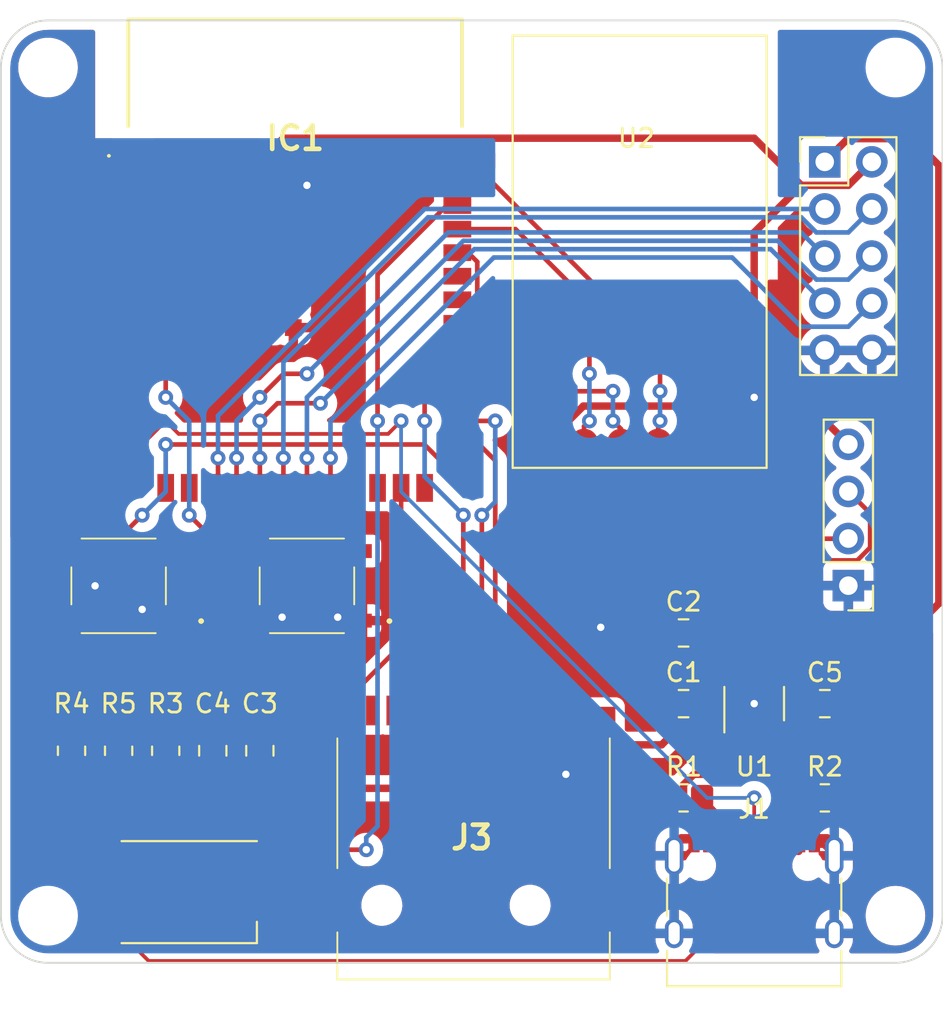
<source format=kicad_pcb>
(kicad_pcb (version 20240108) (generator "pcbnew") (generator_version "8.0")
  (title_block (title "Solar data logger") (date "2022-12-15") (rev "1") (comment 4 "AISLER Project ID: ROSFXOJF"))
  (layers (0 "F.Cu" signal) (31 "B.Cu" signal) (34 "B.Paste" user) (35 "F.Paste" user) (36 "B.SilkS" user "B.Silkscreen") (37 "F.SilkS" user "F.Silkscreen") (38 "B.Mask" user) (39 "F.Mask" user) (44 "Edge.Cuts" user))
  (net 0 "")
  (net 1 "GND")
  (net 2 "+3.3V")
  (net 3 "~{RESET}")
  (net 4 "+5V")
  (net 6 "LED")
  (net 14 "Net-(IC1-Pad11)")
  (net 16 "D-")
  (net 17 "D+")
  (net 20 "IO9")
  (net 21 "IO10")
  (net 22 "IO11")
  (net 23 "IO12")
  (net 24 "IO13")
  (net 25 "IO14")
  (net 29 "~{FLASH}")
  (net 30 "MOSI")
  (net 31 "SCK")
  (net 32 "MISO")
  (net 38 "RX")
  (net 39 "TX")
  (net 40 "SET")
  (net 41 "Net-(J1-PadA5)")
  (net 42 "Net-(J1-PadB5)")
  (net 47 "CS")
  (net 49 "CARD")
  (footprint "Connector_PinHeader_2.54mm:PinHeader_2x05_P2.54mm_Vertical" (layer "F.Cu") (at 144.775 107.955)
    (property "Reference" "J4" (hide yes))
    (property "Value" "IO")
    (pad "1" thru_hole rect (at 0 0) (size 1.7 1.7) (drill 1) (layers "*.Cu" "*.Mask") (net 4 "+5V"))
    (pad "2" thru_hole oval (at 2.54 0) (size 1.7 1.7) (drill 1) (layers "*.Cu" "*.Mask") (net 2 "+3.3V"))
    (pad "3" thru_hole oval (at 0 2.54) (size 1.7 1.7) (drill 1) (layers "*.Cu" "*.Mask") (net 20 "IO9"))
    (pad "4" thru_hole oval (at 2.54 2.54) (size 1.7 1.7) (drill 1) (layers "*.Cu" "*.Mask") (net 23 "IO12"))
    (pad "5" thru_hole oval (at 0 5.08) (size 1.7 1.7) (drill 1) (layers "*.Cu" "*.Mask") (net 21 "IO10"))
    (pad "6" thru_hole oval (at 2.54 5.08) (size 1.7 1.7) (drill 1) (layers "*.Cu" "*.Mask") (net 24 "IO13"))
    (pad "7" thru_hole oval (at 0 7.62) (size 1.7 1.7) (drill 1) (layers "*.Cu" "*.Mask") (net 22 "IO11"))
    (pad "8" thru_hole oval (at 2.54 7.62) (size 1.7 1.7) (drill 1) (layers "*.Cu" "*.Mask") (net 25 "IO14"))
    (pad "9" thru_hole oval (at 0 10.16) (size 1.7 1.7) (drill 1) (layers "*.Cu" "*.Mask") (net 1 "GND"))
    (pad "10" thru_hole oval (at 2.54 10.16) (size 1.7 1.7) (drill 1) (layers "*.Cu" "*.Mask") (net 1 "GND"))
  )
  (footprint "Capacitor_SMD:C_0805_2012Metric_Pad1.18x1.45mm_HandSolder" (layer "F.Cu") (at 144.78 137.16)
    (property "Reference" "C5" (at 0 -1.68 0) (layer "F.SilkS"))
    (property "Value" "1uF")
    (pad "1" smd roundrect (at -1.0375 0) (size 1.175 1.45) (layers "F.Cu" "F.Paste" "F.Mask") (roundrect_rratio 0.2127659574) (net 4 "+5V"))
    (pad "2" smd roundrect (at 1.0375 0) (size 1.175 1.45) (layers "F.Cu" "F.Paste" "F.Mask") (roundrect_rratio 0.2127659574) (net 1 "GND"))
  )
  (footprint "LED_SMD:LED_WS2812B_PLCC4_5.0x5.0mm_P3.2mm" (layer "F.Cu") (at 110.49 147.32)
    (property "Reference" "D1" (hide yes))
    (property "Value" "WS2812B" (hide yes))
    (pad "1" smd rect (at -2.45 -1.6) (size 1.5 1) (layers "F.Cu" "F.Paste" "F.Mask") (net 4 "+5V"))
    (pad "2" smd rect (at -2.45 1.6) (size 1.5 1) (layers "F.Cu" "F.Paste" "F.Mask"))
    (pad "3" smd rect (at 2.45 1.6) (size 1.5 1) (layers "F.Cu" "F.Paste" "F.Mask") (net 1 "GND"))
    (pad "4" smd rect (at 2.45 -1.6) (size 1.5 1) (layers "F.Cu" "F.Paste" "F.Mask") (net 6 "LED"))
  )
  (footprint "Graphics:ligthning" (layer "F.Cu") (at 130.4036 132.588)
    (property "Reference" "G***" (hide yes))
    (property "Value" "LOGO" (hide yes))
  )
  (footprint "SamacSys_Parts:TF015" (layer "F.Cu") (at 125.73 144.78)
    (property "Reference" "J3" (at 0 -0.4 0) (layer "F.SilkS") (effects (font (size 1.27 1.27) (thickness 0.254))))
    (property "Value" "TF-015" (hide yes))
    (pad "" np_thru_hole circle (at -4.85 3.25) (size 1.2 1.2) (drill 1.2) (layers "*.Cu" "*.Mask"))
    (pad "" np_thru_hole circle (at 3.15 3.25) (size 1.2 1.2) (drill 1.2) (layers "*.Cu" "*.Mask"))
    (pad "1" smd rect (at 2.35 -7.25) (size 0.7 1.6) (layers "F.Cu" "F.Paste" "F.Mask"))
    (pad "2" smd rect (at 1.25 -7.25) (size 0.7 1.6) (layers "F.Cu" "F.Paste" "F.Mask") (net 47 "CS"))
    (pad "3" smd rect (at 0.1 -7.25) (size 0.7 1.6) (layers "F.Cu" "F.Paste" "F.Mask") (net 30 "MOSI"))
    (pad "4" smd rect (at -0.95 -7.25) (size 0.7 1.6) (layers "F.Cu" "F.Paste" "F.Mask") (net 2 "+3.3V"))
    (pad "5" smd rect (at -2.05 -7.25) (size 0.7 1.6) (layers "F.Cu" "F.Paste" "F.Mask") (net 31 "SCK"))
    (pad "6" smd rect (at -3.15 -7.25) (size 0.7 1.6) (layers "F.Cu" "F.Paste" "F.Mask") (net 1 "GND"))
    (pad "7" smd rect (at -4.25 -7.25) (size 0.7 1.6) (layers "F.Cu" "F.Paste" "F.Mask") (net 32 "MISO"))
    (pad "8" smd rect (at -5.35 -7.25) (size 0.7 1.6) (layers "F.Cu" "F.Paste" "F.Mask"))
    (pad "9" smd rect (at -6.45 -7.25) (size 0.7 1.6) (layers "F.Cu" "F.Paste" "F.Mask") (net 49 "CARD"))
    (pad "10" smd rect (at -7.85 -6.75) (size 1.2 1.4) (layers "F.Cu" "F.Paste" "F.Mask"))
    (pad "11" smd rect (at 6.95 -6.75 90) (size 1.4 1.6) (layers "F.Cu" "F.Paste" "F.Mask"))
    (pad "12" smd rect (at -7.65 2.85) (size 1.2 2.2) (layers "F.Cu" "F.Paste" "F.Mask"))
    (pad "13" smd rect (at 7.85 2.85) (size 1.2 2.2) (layers "F.Cu" "F.Paste" "F.Mask"))
  )
  (footprint "Resistor_SMD:R_0805_2012Metric_Pad1.20x1.40mm_HandSolder" (layer "F.Cu") (at 137.16 142.24 180)
    (property "Reference" "R1" (at -0.021855 1.677769 0) (layer "F.SilkS"))
    (property "Value" "5k1")
    (pad "1" smd roundrect (at -1 0 180) (size 1.2 1.4) (layers "F.Cu" "F.Paste" "F.Mask") (roundrect_rratio 0.2083333333) (net 41 "Net-(J1-PadA5)"))
    (pad "2" smd roundrect (at 1 0 180) (size 1.2 1.4) (layers "F.Cu" "F.Paste" "F.Mask") (roundrect_rratio 0.2083333333) (net 1 "GND"))
  )
  (footprint "Resistor_SMD:R_0805_2012Metric_Pad1.20x1.40mm_HandSolder" (layer "F.Cu") (at 144.78 142.24)
    (property "Reference" "R2" (at 0.010044 -1.677769 0) (layer "F.SilkS"))
    (property "Value" "5k1")
    (pad "1" smd roundrect (at -1 0) (size 1.2 1.4) (layers "F.Cu" "F.Paste" "F.Mask") (roundrect_rratio 0.2083333333) (net 42 "Net-(J1-PadB5)"))
    (pad "2" smd roundrect (at 1 0) (size 1.2 1.4) (layers "F.Cu" "F.Paste" "F.Mask") (roundrect_rratio 0.2083333333) (net 1 "GND"))
  )
  (footprint "Capacitor_SMD:C_0805_2012Metric_Pad1.18x1.45mm_HandSolder" (layer "F.Cu") (at 137.16 137.16)
    (property "Reference" "C1" (at 0 -1.68 0) (layer "F.SilkS"))
    (property "Value" "22uF")
    (pad "1" smd roundrect (at -1.0375 0) (size 1.175 1.45) (layers "F.Cu" "F.Paste" "F.Mask") (roundrect_rratio 0.2127659574) (net 1 "GND"))
    (pad "2" smd roundrect (at 1.0375 0) (size 1.175 1.45) (layers "F.Cu" "F.Paste" "F.Mask") (roundrect_rratio 0.2127659574) (net 2 "+3.3V"))
  )
  (footprint "Resistor_SMD:R_0805_2012Metric_Pad1.20x1.40mm_HandSolder" (layer "F.Cu") (at 109.22 139.7 90)
    (property "Reference" "R3" (at 2.54 0 180) (layer "F.SilkS"))
    (property "Value" "10k")
    (pad "1" smd roundrect (at -1 0 90) (size 1.2 1.4) (layers "F.Cu" "F.Paste" "F.Mask") (roundrect_rratio 0.2083333333) (net 2 "+3.3V"))
    (pad "2" smd roundrect (at 1 0 90) (size 1.2 1.4) (layers "F.Cu" "F.Paste" "F.Mask") (roundrect_rratio 0.2083333333) (net 3 "~{RESET}"))
  )
  (footprint "MountingHole:MountingHole_2.2mm_M2" (layer "F.Cu") (at 148.59 148.59)
    (property "Reference" "H2" (hide yes))
    (property "Value" "MountingHole" (hide yes))
    (pad "" np_thru_hole circle (at 0 0) (size 2.2 2.2) (drill 2.2) (layers "*.Cu" "*.Mask"))
  )
  (footprint "Connector_PinHeader_2.54mm:PinHeader_1x04_P2.54mm_Vertical" (layer "F.Cu") (at 146.05 130.8 180)
    (property "Reference" "J2" (hide yes))
    (property "Value" "UART")
    (pad "1" thru_hole rect (at 0 0 180) (size 1.7 1.7) (drill 1) (layers "*.Cu" "*.Mask") (net 1 "GND"))
    (pad "2" thru_hole oval (at 0 2.54 180) (size 1.7 1.7) (drill 1) (layers "*.Cu" "*.Mask") (net 38 "RX"))
    (pad "3" thru_hole oval (at 0 5.08 180) (size 1.7 1.7) (drill 1) (layers "*.Cu" "*.Mask") (net 39 "TX"))
    (pad "4" thru_hole oval (at 0 7.62 180) (size 1.7 1.7) (drill 1) (layers "*.Cu" "*.Mask") (net 2 "+3.3V"))
  )
  (footprint "Resistor_SMD:R_0805_2012Metric_Pad1.20x1.40mm_HandSolder" (layer "F.Cu") (at 104.14 139.7 90)
    (property "Reference" "R4" (at 2.54 0 180) (layer "F.SilkS"))
    (property "Value" "10K")
    (pad "1" smd roundrect (at -1 0 90) (size 1.2 1.4) (layers "F.Cu" "F.Paste" "F.Mask") (roundrect_rratio 0.2083333333) (net 2 "+3.3V"))
    (pad "2" smd roundrect (at 1 0 90) (size 1.2 1.4) (layers "F.Cu" "F.Paste" "F.Mask") (roundrect_rratio 0.2083333333) (net 14 "Net-(IC1-Pad11)"))
  )
  (footprint "Capacitor_SMD:C_0805_2012Metric_Pad1.18x1.45mm_HandSolder" (layer "F.Cu") (at 137.16 133.35)
    (property "Reference" "C2" (at 0 -1.68 0) (layer "F.SilkS"))
    (property "Value" "0.1uF")
    (pad "1" smd roundrect (at -1.0375 0) (size 1.175 1.45) (layers "F.Cu" "F.Paste" "F.Mask") (roundrect_rratio 0.2127659574) (net 1 "GND"))
    (pad "2" smd roundrect (at 1.0375 0) (size 1.175 1.45) (layers "F.Cu" "F.Paste" "F.Mask") (roundrect_rratio 0.2127659574) (net 2 "+3.3V"))
  )
  (footprint "Capacitor_SMD:C_0805_2012Metric_Pad1.18x1.45mm_HandSolder" (layer "F.Cu") (at 111.76 139.7 -90)
    (property "Reference" "C4" (at -2.54 0 180) (layer "F.SilkS"))
    (property "Value" "0.1uF")
    (pad "1" smd roundrect (at -1.0375 0 270) (size 1.175 1.45) (layers "F.Cu" "F.Paste" "F.Mask") (roundrect_rratio 0.2127659574) (net 3 "~{RESET}"))
    (pad "2" smd roundrect (at 1.0375 0 270) (size 1.175 1.45) (layers "F.Cu" "F.Paste" "F.Mask") (roundrect_rratio 0.2127659574) (net 1 "GND"))
  )
  (footprint "Resistor_SMD:R_0805_2012Metric_Pad1.20x1.40mm_HandSolder" (layer "F.Cu") (at 106.68 139.7 -90)
    (property "Reference" "R5" (at -2.54 0 180) (layer "F.SilkS"))
    (property "Value" "(10k)")
    (pad "1" smd roundrect (at -1 0 270) (size 1.2 1.4) (layers "F.Cu" "F.Paste" "F.Mask") (roundrect_rratio 0.2083333333) (net 29 "~{FLASH}"))
    (pad "2" smd roundrect (at 1 0 270) (size 1.2 1.4) (layers "F.Cu" "F.Paste" "F.Mask") (roundrect_rratio 0.2083333333) (net 2 "+3.3V"))
  )
  (footprint "CustomComponents:LC12S" (layer "F.Cu") (at 127.79 132.34 90)
    (property "Reference" "U2" (at 25.66 6.83 0) (layer "F.SilkS"))
    (property "Value" "LC12S")
    (pad "1" smd oval (at 8 2 90) (size 4 1.52) (layers "F.Cu" "F.Paste" "F.Mask") (net 2 "+3.3V"))
    (pad "2" smd oval (at 8 4 90) (size 4 1.52) (layers "F.Cu" "F.Paste" "F.Mask") (net 39 "TX"))
    (pad "3" smd oval (at 8 6 90) (size 4 1.52) (layers "F.Cu" "F.Paste" "F.Mask") (net 38 "RX"))
    (pad "4" smd oval (at 8 8 90) (size 4 1.52) (layers "F.Cu" "F.Paste" "F.Mask") (net 40 "SET"))
    (pad "5" smd oval (at 8 10 90) (size 4 1.52) (layers "F.Cu" "F.Paste" "F.Mask") (net 1 "GND"))
    (pad "6" smd oval (at 8 12 90) (size 4 1.52) (layers "F.Cu" "F.Paste" "F.Mask") (net 1 "GND"))
  )
  (footprint "Capacitor_SMD:C_0805_2012Metric_Pad1.18x1.45mm_HandSolder" (layer "F.Cu") (at 114.3 139.7 90)
    (property "Reference" "C3" (at 2.54 0 180) (layer "F.SilkS"))
    (property "Value" "1uF")
    (pad "1" smd roundrect (at -1.0375 0 90) (size 1.175 1.45) (layers "F.Cu" "F.Paste" "F.Mask") (roundrect_rratio 0.2127659574) (net 1 "GND"))
    (pad "2" smd roundrect (at 1.0375 0 90) (size 1.175 1.45) (layers "F.Cu" "F.Paste" "F.Mask") (roundrect_rratio 0.2127659574) (net 3 "~{RESET}"))
  )
  (footprint "SamacSys_Parts:TS1187ABAB" (layer "F.Cu") (at 116.84 130.81 180)
    (property "Reference" "SW2" (hide yes))
    (property "Value" "RESET")
    (pad "1" smd rect (at -3 -1.875 270) (size 0.75 1) (layers "F.Cu" "F.Paste" "F.Mask") (net 1 "GND"))
    (pad "1" smd rect (at 3 -1.875 270) (size 0.75 1) (layers "F.Cu" "F.Paste" "F.Mask") (net 1 "GND"))
    (pad "2" smd rect (at -3 1.875 270) (size 0.75 1) (layers "F.Cu" "F.Paste" "F.Mask") (net 3 "~{RESET}"))
    (pad "2" smd rect (at 3 1.875 270) (size 0.75 1) (layers "F.Cu" "F.Paste" "F.Mask") (net 3 "~{RESET}"))
  )
  (footprint "MountingHole:MountingHole_2.2mm_M2" (layer "F.Cu") (at 148.59 102.87)
    (property "Reference" "H1" (hide yes))
    (property "Value" "MountingHole" (hide yes))
    (pad "" np_thru_hole circle (at 0 0) (size 2.2 2.2) (drill 2.2) (layers "*.Cu" "*.Mask"))
  )
  (footprint "MountingHole:MountingHole_2.2mm_M2" (layer "F.Cu") (at 102.87 102.87)
    (property "Reference" "H4" (hide yes))
    (property "Value" "MountingHole" (hide yes))
    (pad "" np_thru_hole circle (at 0 0) (size 2.2 2.2) (drill 2.2) (layers "*.Cu" "*.Mask"))
  )
  (footprint "CustomComponents:USB_C_Receptacle_HRO_TYPE-C-31-M-12" (layer "F.Cu") (at 140.97 148.4896)
    (property "Reference" "J1" (at 0 -5.645 0) (layer "F.SilkS"))
    (property "Value" "USB_C_Receptacle_USB2.0")
    (pad "" np_thru_hole circle (at -2.89 -2.6) (size 0.65 0.65) (drill 0.65) (layers "*.Cu" "*.Mask"))
    (pad "" np_thru_hole circle (at 2.89 -2.6) (size 0.65 0.65) (drill 0.65) (layers "*.Cu" "*.Mask"))
    (pad "A1" smd rect (at -3.25 -4.045) (size 0.6 1.45) (layers "F.Cu" "F.Paste" "F.Mask") (net 1 "GND"))
    (pad "A4" smd rect (at -2.45 -4.045) (size 0.6 1.45) (layers "F.Cu" "F.Paste" "F.Mask") (net 4 "+5V"))
    (pad "A5" smd rect (at -1.25 -4.045) (size 0.3 1.45) (layers "F.Cu" "F.Paste" "F.Mask") (net 41 "Net-(J1-PadA5)"))
    (pad "A6" smd rect (at -0.25 -4.045) (size 0.3 1.45) (layers "F.Cu" "F.Paste" "F.Mask") (net 17 "D+"))
    (pad "A7" smd rect (at 0.25 -4.045) (size 0.3 1.45) (layers "F.Cu" "F.Paste" "F.Mask") (net 16 "D-"))
    (pad "A8" smd rect (at 1.25 -4.045) (size 0.3 1.45) (layers "F.Cu" "F.Paste" "F.Mask"))
    (pad "A9" smd rect (at 2.45 -4.045) (size 0.6 1.45) (layers "F.Cu" "F.Paste" "F.Mask") (net 4 "+5V"))
    (pad "A12" smd rect (at 3.25 -4.045) (size 0.6 1.45) (layers "F.Cu" "F.Paste" "F.Mask") (net 1 "GND"))
    (pad "B1" smd rect (at 3.25 -4.045) (size 0.6 1.45) (layers "F.Cu" "F.Paste" "F.Mask") (net 1 "GND"))
    (pad "B4" smd rect (at 2.45 -4.045) (size 0.6 1.45) (layers "F.Cu" "F.Paste" "F.Mask") (net 4 "+5V"))
    (pad "B5" smd rect (at 1.75 -4.045) (size 0.3 1.45) (layers "F.Cu" "F.Paste" "F.Mask") (net 42 "Net-(J1-PadB5)"))
    (pad "B6" smd rect (at 0.75 -4.045) (size 0.3 1.45) (layers "F.Cu" "F.Paste" "F.Mask") (net 17 "D+"))
    (pad "B7" smd rect (at -0.75 -4.045) (size 0.3 1.45) (layers "F.Cu" "F.Paste" "F.Mask") (net 16 "D-"))
    (pad "B8" smd rect (at -1.75 -4.045) (size 0.3 1.45) (layers "F.Cu" "F.Paste" "F.Mask"))
    (pad "B9" smd rect (at -2.45 -4.045) (size 0.6 1.45) (layers "F.Cu" "F.Paste" "F.Mask") (net 4 "+5V"))
    (pad "B12" smd rect (at -3.25 -4.045) (size 0.6 1.45) (layers "F.Cu" "F.Paste" "F.Mask") (net 1 "GND"))
    (pad "S1" thru_hole oval (at -4.32 -3.13) (size 1 2.1) (drill oval 0.6 1.7) (layers "*.Cu" "*.Mask") (net 1 "GND"))
    (pad "S1" thru_hole oval (at -4.32 1.05) (size 1 1.6) (drill oval 0.6 1.2) (layers "*.Cu" "*.Mask") (net 1 "GND"))
    (pad "S1" thru_hole oval (at 4.32 -3.13) (size 1 2.1) (drill oval 0.6 1.7) (layers "*.Cu" "*.Mask") (net 1 "GND"))
    (pad "S1" thru_hole oval (at 4.32 1.05) (size 1 1.6) (drill oval 0.6 1.2) (layers "*.Cu" "*.Mask") (net 1 "GND"))
  )
  (footprint "SamacSys_Parts:ESP32S2SOLON4R2" (layer "F.Cu") (at 116.205 113.03)
    (property "Reference" "IC1" (at 0 -6.35 0) (layer "F.SilkS") (effects (font (size 1.27 1.27) (thickness 0.254))))
    (property "Value" "ESP32-S2-SOLO-N4R2" (hide yes))
    (pad "1" smd rect (at -8.75 -5.26 90) (size 0.9 1.5) (layers "F.Cu" "F.Paste" "F.Mask") (net 1 "GND"))
    (pad "2" smd rect (at -8.75 -3.99 90) (size 0.9 1.5) (layers "F.Cu" "F.Paste" "F.Mask") (net 2 "+3.3V"))
    (pad "3" smd rect (at -8.75 -2.72 90) (size 0.9 1.5) (layers "F.Cu" "F.Paste" "F.Mask") (net 3 "~{RESET}"))
    (pad "4" smd rect (at -8.75 -1.45 90) (size 0.9 1.5) (layers "F.Cu" "F.Paste" "F.Mask"))
    (pad "5" smd rect (at -8.75 -0.18 90) (size 0.9 1.5) (layers "F.Cu" "F.Paste" "F.Mask"))
    (pad "6" smd rect (at -8.75 1.09 90) (size 0.9 1.5) (layers "F.Cu" "F.Paste" "F.Mask"))
    (pad "7" smd rect (at -8.75 2.36 90) (size 0.9 1.5) (layers "F.Cu" "F.Paste" "F.Mask"))
    (pad "8" smd rect (at -8.75 3.63 90) (size 0.9 1.5) (layers "F.Cu" "F.Paste" "F.Mask"))
    (pad "9" smd rect (at -8.75 4.9 90) (size 0.9 1.5) (layers "F.Cu" "F.Paste" "F.Mask"))
    (pad "10" smd rect (at -8.75 6.17 90) (size 0.9 1.5) (layers "F.Cu" "F.Paste" "F.Mask"))
    (pad "11" smd rect (at -8.75 7.44 90) (size 0.9 1.5) (layers "F.Cu" "F.Paste" "F.Mask") (net 14 "Net-(IC1-Pad11)"))
    (pad "12" smd rect (at -8.75 8.71 90) (size 0.9 1.5) (layers "F.Cu" "F.Paste" "F.Mask"))
    (pad "13" smd rect (at -8.75 9.98 90) (size 0.9 1.5) (layers "F.Cu" "F.Paste" "F.Mask") (net 16 "D-"))
    (pad "14" smd rect (at -8.75 11.25 90) (size 0.9 1.5) (layers "F.Cu" "F.Paste" "F.Mask") (net 17 "D+"))
    (pad "15" smd rect (at -6.985 12.5) (size 0.9 1.5) (layers "F.Cu" "F.Paste" "F.Mask"))
    (pad "16" smd rect (at -5.715 12.5) (size 0.9 1.5) (layers "F.Cu" "F.Paste" "F.Mask"))
    (pad "17" smd rect (at -4.445 12.5) (size 0.9 1.5) (layers "F.Cu" "F.Paste" "F.Mask") (net 20 "IO9"))
    (pad "18" smd rect (at -3.175 12.5) (size 0.9 1.5) (layers "F.Cu" "F.Paste" "F.Mask") (net 21 "IO10"))
    (pad "19" smd rect (at -1.905 12.5) (size 0.9 1.5) (layers "F.Cu" "F.Paste" "F.Mask") (net 22 "IO11"))
    (pad "20" smd rect (at -0.635 12.5) (size 0.9 1.5) (layers "F.Cu" "F.Paste" "F.Mask") (net 23 "IO12"))
    (pad "21" smd rect (at 0.635 12.5) (size 0.9 1.5) (layers "F.Cu" "F.Paste" "F.Mask") (net 24 "IO13"))
    (pad "22" smd rect (at 1.905 12.5) (size 0.9 1.5) (layers "F.Cu" "F.Paste" "F.Mask") (net 25 "IO14"))
    (pad "23" smd rect (at 3.175 12.5) (size 0.9 1.5) (layers "F.Cu" "F.Paste" "F.Mask"))
    (pad "24" smd rect (at 4.445 12.5) (size 0.9 1.5) (layers "F.Cu" "F.Paste" "F.Mask"))
    (pad "25" smd rect (at 5.715 12.5) (size 0.9 1.5) (layers "F.Cu" "F.Paste" "F.Mask") (net 49 "CARD"))
    (pad "26" smd rect (at 6.985 12.5) (size 0.9 1.5) (layers "F.Cu" "F.Paste" "F.Mask"))
    (pad "27" smd rect (at 8.75 11.25 90) (size 0.9 1.5) (layers "F.Cu" "F.Paste" "F.Mask") (net 29 "~{FLASH}"))
    (pad "28" smd rect (at 8.75 9.98 90) (size 0.9 1.5) (layers "F.Cu" "F.Paste" "F.Mask") (net 30 "MOSI"))
    (pad "29" smd rect (at 8.75 8.71 90) (size 0.9 1.5) (layers "F.Cu" "F.Paste" "F.Mask") (net 31 "SCK"))
    (pad "30" smd rect (at 8.75 7.44 90) (size 0.9 1.5) (layers "F.Cu" "F.Paste" "F.Mask") (net 32 "MISO"))
    (pad "31" smd rect (at 8.75 6.17 90) (size 0.9 1.5) (layers "F.Cu" "F.Paste" "F.Mask"))
    (pad "32" smd rect (at 8.75 4.9 90) (size 0.9 1.5) (layers "F.Cu" "F.Paste" "F.Mask"))
    (pad "33" smd rect (at 8.75 3.63 90) (size 0.9 1.5) (layers "F.Cu" "F.Paste" "F.Mask"))
    (pad "34" smd rect (at 8.75 2.36 90) (size 0.9 1.5) (layers "F.Cu" "F.Paste" "F.Mask"))
    (pad "35" smd rect (at 8.75 1.09 90) (size 0.9 1.5) (layers "F.Cu" "F.Paste" "F.Mask"))
    (pad "36" smd rect (at 8.75 -0.18 90) (size 0.9 1.5) (layers "F.Cu" "F.Paste" "F.Mask") (net 38 "RX"))
    (pad "37" smd rect (at 8.75 -1.45 90) (size 0.9 1.5) (layers "F.Cu" "F.Paste" "F.Mask") (net 39 "TX"))
    (pad "38" smd rect (at 8.75 -2.72 90) (size 0.9 1.5) (layers "F.Cu" "F.Paste" "F.Mask") (net 6 "LED"))
    (pad "39" smd rect (at 8.75 -3.99 90) (size 0.9 1.5) (layers "F.Cu" "F.Paste" "F.Mask") (net 40 "SET"))
    (pad "40" smd rect (at 8.75 -5.26 90) (size 0.9 1.5) (layers "F.Cu" "F.Paste" "F.Mask") (net 1 "GND"))
    (pad "41" smd rect (at -1.5 2.46) (size 0.9 0.9) (layers "F.Cu" "F.Paste" "F.Mask") (net 1 "GND"))
    (pad "42" smd rect (at -1.5 1.06) (size 0.9 0.9) (layers "F.Cu" "F.Paste" "F.Mask") (net 1 "GND"))
    (pad "43" smd rect (at -2.9 1.06) (size 0.9 0.9) (layers "F.Cu" "F.Paste" "F.Mask") (net 1 "GND"))
    (pad "44" smd rect (at -2.9 2.46) (size 0.9 0.9) (layers "F.Cu" "F.Paste" "F.Mask") (net 1 "GND"))
    (pad "45" smd rect (at -2.9 3.86) (size 0.9 0.9) (layers "F.Cu" "F.Paste" "F.Mask") (net 1 "GND"))
    (pad "46" smd rect (at -1.5 3.86) (size 0.9 0.9) (layers "F.Cu" "F.Paste" "F.Mask") (net 1 "GND"))
    (pad "47" smd rect (at -0.1 3.86) (size 0.9 0.9) (layers "F.Cu" "F.Paste" "F.Mask") (net 1 "GND"))
    (pad "48" smd rect (at -0.1 2.46) (size 0.9 0.9) (layers "F.Cu" "F.Paste" "F.Mask") (net 1 "GND"))
    (pad "49" smd rect (at -0.1 1.06) (size 0.9 0.9) (layers "F.Cu" "F.Paste" "F.Mask") (net 1 "GND"))
  )
  (footprint "SamacSys_Parts:TS1187ABAB" (layer "F.Cu") (at 106.68 130.81 180)
    (property "Reference" "SW1" (hide yes))
    (property "Value" "FLASH")
    (pad "1" smd rect (at -3 -1.875 270) (size 0.75 1) (layers "F.Cu" "F.Paste" "F.Mask") (net 1 "GND"))
    (pad "1" smd rect (at 3 -1.875 270) (size 0.75 1) (layers "F.Cu" "F.Paste" "F.Mask") (net 1 "GND"))
    (pad "2" smd rect (at -3 1.875 270) (size 0.75 1) (layers "F.Cu" "F.Paste" "F.Mask") (net 29 "~{FLASH}"))
    (pad "2" smd rect (at 3 1.875 270) (size 0.75 1) (layers "F.Cu" "F.Paste" "F.Mask") (net 29 "~{FLASH}"))
  )
  (footprint "Package_TO_SOT_SMD:SOT-23-5_HandSoldering" (layer "F.Cu") (at 140.97 137.16 90)
    (property "Reference" "U1" (at -3.402231 0 180) (layer "F.SilkS"))
    (property "Value" "ME6211C33M5G-N")
    (pad "1" smd rect (at -1.35 -0.95 90) (size 1.56 0.65) (layers "F.Cu" "F.Paste" "F.Mask") (net 4 "+5V"))
    (pad "2" smd rect (at -1.35 0 90) (size 1.56 0.65) (layers "F.Cu" "F.Paste" "F.Mask") (net 1 "GND"))
    (pad "3" smd rect (at -1.35 0.95 90) (size 1.56 0.65) (layers "F.Cu" "F.Paste" "F.Mask") (net 4 "+5V"))
    (pad "4" smd rect (at 1.35 0.95 90) (size 1.56 0.65) (layers "F.Cu" "F.Paste" "F.Mask"))
    (pad "5" smd rect (at 1.35 -0.95 90) (size 1.56 0.65) (layers "F.Cu" "F.Paste" "F.Mask") (net 2 "+3.3V"))
  )
  (footprint "MountingHole:MountingHole_2.2mm_M2" (layer "F.Cu") (at 102.87 148.59)
    (property "Reference" "H3" (hide yes))
    (property "Value" "MountingHole" (hide yes))
    (pad "" np_thru_hole circle (at 0 0) (size 2.2 2.2) (drill 2.2) (layers "*.Cu" "*.Mask"))
  )
  (gr_arc (start 148.59 100.33) (mid 150.386051 101.073949) (end 151.13 102.87) (stroke (width 0.1)) (layer "Edge.Cuts"))
  (gr_line (start 100.33 148.59) (end 100.33 102.87) (stroke (width 0.1)) (layer "Edge.Cuts"))
  (gr_line (start 148.59 151.13) (end 102.87 151.13) (stroke (width 0.1)) (layer "Edge.Cuts"))
  (gr_arc (start 100.33 102.87) (mid 101.073949 101.073949) (end 102.87 100.33) (stroke (width 0.1)) (layer "Edge.Cuts"))
  (gr_line (start 102.87 100.33) (end 148.59 100.33) (stroke (width 0.1)) (layer "Edge.Cuts"))
  (gr_line (start 151.13 102.87) (end 151.13 148.59) (stroke (width 0.1)) (layer "Edge.Cuts"))
  (gr_arc (start 151.13 148.59) (mid 150.386051 150.386051) (end 148.59 151.13) (stroke (width 0.1)) (layer "Edge.Cuts"))
  (gr_arc (start 102.87 151.13) (mid 101.073949 150.386051) (end 100.33 148.59) (stroke (width 0.1)) (layer "Edge.Cuts"))
  (segment (start 144.71 144.81) (end 145.29 145.39) (width 0.25) (layer "F.Cu") (net 1))
  (segment (start 137.19 145.39) (end 137.77 144.81) (width 0.25) (layer "F.Cu") (net 1))
  (segment (start 136.65 145.39) (end 137.19 145.39) (width 0.25) (layer "F.Cu") (net 1))
  (segment (start 144.17 144.81) (end 144.71 144.81) (width 0.25) (layer "F.Cu") (net 1))
  (segment (start 140.97 138.51) (end 140.97 137.16) (width 0.25) (layer "F.Cu") (net 1))
  (via (at 118.5 132.5) (size 0.8) (drill 0.4) (layers "F.Cu" "B.Cu") (net 1))
  (via (at 132.6896 133.0452) (size 0.8) (drill 0.4) (layers "F.Cu" "B.Cu") (net 1))
  (via (at 105.41 130.81) (size 0.8) (drill 0.4) (layers "F.Cu" "B.Cu") (net 1))
  (via (at 140.97 120.65) (size 0.8) (drill 0.4) (layers "F.Cu" "B.Cu") (net 1))
  (via (at 115.5 132.5) (size 0.8) (drill 0.4) (layers "F.Cu" "B.Cu") (net 1))
  (via (at 130.81 140.97) (size 0.8) (drill 0.4) (layers "F.Cu" "B.Cu") (net 1))
  (via (at 107.95 132.08) (size 0.8) (drill 0.4) (layers "F.Cu" "B.Cu") (net 1))
  (via (at 140.97 137.16) (size 0.8) (drill 0.4) (layers "F.Cu" "B.Cu") (net 1))
  (via (at 116.84 109.22) (size 0.8) (drill 0.4) (layers "F.Cu" "B.Cu") (net 1))
  (segment (start 140.02 135.81) (end 140.02 135.1725) (width 0.4) (layer "F.Cu") (net 2))
  (segment (start 130.81 127) (end 129.79 125.98) (width 0.4) (layer "F.Cu") (net 2))
  (segment (start 138.1975 137.16) (end 135.9775 139.38) (width 0.4) (layer "F.Cu") (net 2))
  (segment (start 140.97 118.11) (end 137.96 121.12) (width 0.4) (layer "F.Cu") (net 2))
  (segment (start 140.97 111.76) (end 140.97 118.11) (width 0.4) (layer "F.Cu") (net 2))
  (segment (start 140.97 118.1) (end 146.05 123.18) (width 0.4) (layer "F.Cu") (net 2))
  (segment (start 143.51 109.22) (end 146.05 109.22) (width 0.4) (layer "F.Cu") (net 2))
  (segment (start 129.79 125.98) (end 129.79 124.34) (width 0.4) (layer "F.Cu") (net 2))
  (segment (start 138.1975 133.9875) (end 138.1975 133.35) (width 0.25) (layer "F.Cu") (net 2))
  (segment (start 143.51 109.22) (end 140.97 111.76) (width 0.4) (layer "F.Cu") (net 2))
  (segment (start 131.8475 127) (end 130.81 127) (width 0.4) (layer "F.Cu") (net 2))
  (segment (start 140.02 135.81) (end 139.5475 135.81) (width 0.4) (layer "F.Cu") (net 2))
  (segment (start 139.5475 135.81) (end 138.1975 137.16) (width 0.4) (layer "F.Cu") (net 2))
  (segment (start 131.748629 121.12) (end 129.79 123.078629) (width 0.4) (layer "F.Cu") (net 2))
  (segment (start 135.9775 139.38) (end 124.78 139.38) (width 0.4) (layer "F.Cu") (net 2))
  (segment (start 122.435 141.725) (end 124.78 139.38) (width 0.4) (layer "F.Cu") (net 2))
  (segment (start 129.79 123.078629) (end 129.79 124.34) (width 0.4) (layer "F.Cu") (net 2))
  (segment (start 140.97 106.68) (end 143.51 109.22) (width 0.4) (layer "F.Cu") (net 2))
  (segment (start 138.1975 133.35) (end 131.8475 127) (width 0.4) (layer "F.Cu") (net 2))
  (segment (start 109.22 140.7) (end 110.245 141.725) (width 0.4) (layer "F.Cu") (net 2))
  (segment (start 140.97 111.76) (end 140.97 118.1) (width 0.4) (layer "F.Cu") (net 2))
  (segment (start 110.245 141.725) (end 122.435 141.725) (width 0.4) (layer "F.Cu") (net 2))
  (segment (start 115.57 106.68) (end 140.97 106.68) (width 0.4) (layer "F.Cu") (net 2))
  (segment (start 107.455 109.04) (end 113.21 109.04) (width 0.4) (layer "F.Cu") (net 2))
  (segment (start 140.02 135.1725) (end 138.1975 133.35) (width 0.4) (layer "F.Cu") (net 2))
  (segment (start 138.1975 137.16) (end 138.67 137.16) (width 0.25) (layer "F.Cu") (net 2))
  (segment (start 104.14 140.7) (end 109.22 140.7) (width 0.4) (layer "F.Cu") (net 2))
  (segment (start 124.78 139.38) (end 124.78 137.53) (width 0.4) (layer "F.Cu") (net 2))
  (segment (start 137.96 121.12) (end 131.748629 121.12) (width 0.4) (layer "F.Cu") (net 2))
  (segment (start 113.21 109.04) (end 115.57 106.68) (width 0.4) (layer "F.Cu") (net 2))
  (segment (start 146.05 109.22) (end 147.315 107.955) (width 0.4) (layer "F.Cu") (net 2))
  (segment (start 113.84 128.935) (end 119.84 128.935) (width 0.25) (layer "F.Cu") (net 3))
  (segment (start 113.03 133.4) (end 113.015 133.385) (width 0.25) (layer "F.Cu") (net 3))
  (segment (start 109.22 138.7) (end 114.2625 138.7) (width 0.25) (layer "F.Cu") (net 3))
  (segment (start 109.22 111.075) (end 108.455 110.31) (width 0.25) (layer "F.Cu") (net 3))
  (segment (start 114.2625 138.7) (end 114.3 138.6625) (width 0.25) (layer "F.Cu") (net 3))
  (segment (start 113.03 137.3925) (end 113.03 133.4) (width 0.25) (layer "F.Cu") (net 3))
  (segment (start 112.425 128.935) (end 119.84 128.935) (width 0.25) (layer "F.Cu") (net 3))
  (segment (start 113.015 129.76) (end 113.84 128.935) (width 0.25) (layer "F.Cu") (net 3))
  (segment (start 109.22 120.65) (end 109.22 111.075) (width 0.25) (layer "F.Cu") (net 3))
  (segment (start 110.49 127) (end 112.425 128.935) (width 0.25) (layer "F.Cu") (net 3))
  (segment (start 114.3 138.6625) (end 113.03 137.3925) (width 0.25) (layer "F.Cu") (net 3))
  (segment (start 113.015 133.385) (end 113.015 129.76) (width 0.25) (layer "F.Cu") (net 3))
  (segment (start 108.455 110.31) (end 107.455 110.31) (width 0.25) (layer "F.Cu") (net 3))
  (via (at 110.49 127) (size 0.8) (drill 0.4) (layers "F.Cu" "B.Cu") (net 3))
  (via (at 109.22 120.65) (size 0.8) (drill 0.4) (layers "F.Cu" "B.Cu") (net 3))
  (segment (start 110.49 121.92) (end 110.49 127) (width 0.25) (layer "B.Cu") (net 3))
  (segment (start 109.22 120.65) (end 110.49 121.92) (width 0.25) (layer "B.Cu") (net 3))
  (segment (start 141.92 140.65) (end 142.24 140.97) (width 0.4) (layer "F.Cu") (net 4))
  (segment (start 137.16 142.959239) (end 137.710761 143.51) (width 0.4) (layer "F.Cu") (net 4))
  (segment (start 146.025 106.705) (end 149.493883 106.705) (width 0.4) (layer "F.Cu") (net 4))
  (segment (start 144.229239 140.97) (end 143.51 140.97) (width 0.4) (layer "F.Cu") (net 4))
  (segment (start 150.93 108.141117) (end 150.93 131.76125) (width 0.4) (layer "F.Cu") (net 4))
  (segment (start 141.92 138.51) (end 141.92 140.65) (width 0.4) (layer "F.Cu") (net 4))
  (segment (start 140.02 138.51) (end 140.02 140.65) (width 0.4) (layer "F.Cu") (net 4))
  (segment (start 138.57 144.81) (end 138.745 144.985) (width 0.25) (layer "F.Cu") (net 4))
  (segment (start 138.57 143.65) (end 138.57 144.81) (width 0.4) (layer "F.Cu") (net 4))
  (segment (start 144.61 143.34) (end 144.78 143.17) (width 0.4) (layer "F.Cu") (net 4))
  (segment (start 135.41 143.51) (end 137.710761 143.51) (width 0.25) (layer "F.Cu") (net 4))
  (segment (start 144.78 143.17) (end 144.78 141.520761) (width 0.4) (layer "F.Cu") (net 4))
  (segment (start 143.37 144.81) (end 143.37 143.392462) (width 0.4) (layer "F.Cu") (net 4))
  (segment (start 140.02 140.65) (end 139.7 140.97) (width 0.4) (layer "F.Cu") (net 4))
  (segment (start 132.87 146.05) (end 135.41 143.51) (width 0.25) (layer "F.Cu") (net 4))
  (segment (start 144.775 107.955) (end 146.025 106.705) (width 0.4) (layer "F.Cu") (net 4))
  (segment (start 139.7 140.97) (end 137.710761 140.97) (width 0.4) (layer "F.Cu") (net 4))
  (segment (start 142.24 140.97) (end 143.51 140.97) (width 0.4) (layer "F.Cu") (net 4))
  (segment (start 137.710761 140.97) (end 137.16 141.520761) (width 0.4) (layer "F.Cu") (net 4))
  (segment (start 143.422462 143.34) (end 144.61 143.34) (width 0.4) (layer "F.Cu") (net 4))
  (segment (start 142.3925 138.51) (end 143.7425 137.16) (width 0.4) (layer "F.Cu") (net 4))
  (segment (start 143.51 140.97) (end 139.7 140.97) (width 0.4) (layer "F.Cu") (net 4))
  (segment (start 143.37 143.392462) (end 143.422462 143.34) (width 0.4) (layer "F.Cu") (net 4))
  (segment (start 150.93 131.76125) (end 146.65625 136.035) (width 0.4) (layer "F.Cu") (net 4))
  (segment (start 144.8675 136.035) (end 143.7425 137.16) (width 0.4) (layer "F.Cu") (net 4))
  (segment (start 108.865 146.545) (end 114.441396 146.545) (width 0.25) (layer "F.Cu") (net 4))
  (segment (start 143.37 144.81) (end 143.37 145.119999) (width 0.4) (layer "F.Cu") (net 4))
  (segment (start 138.43 143.51) (end 138.57 143.65) (width 0.4) (layer "F.Cu") (net 4))
  (segment (start 144.78 141.520761) (end 144.229239 140.97) (width 0.4) (layer "F.Cu") (net 4))
  (segment (start 143.37 145.119999) (end 143.27 145.119999) (width 0.4) (layer "F.Cu") (net 4))
  (segment (start 114.936396 146.05) (end 132.87 146.05) (width 0.25) (layer "F.Cu") (net 4))
  (segment (start 108.04 145.72) (end 108.865 146.545) (width 0.25) (layer "F.Cu") (net 4))
  (segment (start 141.92 138.51) (end 142.3925 138.51) (width 0.4) (layer "F.Cu") (net 4))
  (segment (start 137.710761 143.51) (end 138.43 143.51) (width 0.4) (layer "F.Cu") (net 4))
  (segment (start 149.493883 106.705) (end 150.93 108.141117) (width 0.4) (layer "F.Cu") (net 4))
  (segment (start 137.16 141.520761) (end 137.16 142.959239) (width 0.4) (layer "F.Cu") (net 4))
  (segment (start 146.65625 136.035) (end 144.8675 136.035) (width 0.4) (layer "F.Cu") (net 4))
  (segment (start 114.441396 146.545) (end 114.936396 146.05) (width 0.25) (layer "F.Cu") (net 4))
  (segment (start 124.375 110.31) (end 124.955 110.31) (width 0.25) (layer "F.Cu") (net 6))
  (segment (start 120.0404 145.034) (end 113.626 145.034) (width 0.25) (layer "F.Cu") (net 6))
  (segment (start 113.626 145.034) (end 112.94 145.72) (width 0.25) (layer "F.Cu") (net 6))
  (segment (start 120.65 114.035) (end 124.375 110.31) (width 0.25) (layer "F.Cu") (net 6))
  (segment (start 120.65 121.92) (end 120.65 114.035) (width 0.25) (layer "F.Cu") (net 6))
  (via (at 120.65 121.92) (size 0.8) (drill 0.4) (layers "F.Cu" "B.Cu") (net 6))
  (via (at 120.0404 145.034) (size 0.8) (drill 0.4) (layers "F.Cu" "B.Cu") (net 6))
  (segment (start 120.0404 144.3736) (end 120.65 143.764) (width 0.25) (layer "B.Cu") (net 6))
  (segment (start 120.0404 145.034) (end 120.0404 144.3736) (width 0.25) (layer "B.Cu") (net 6))
  (segment (start 120.65 143.764) (end 120.65 121.92) (width 0.25) (layer "B.Cu") (net 6))
  (segment (start 106.875 120.47) (end 107.455 120.47) (width 0.25) (layer "F.Cu") (net 14))
  (segment (start 106.38 123.7948) (end 106.38 120.965) (width 0.25) (layer "F.Cu") (net 14))
  (segment (start 101.6 128.5748) (end 106.38 123.7948) (width 0.25) (layer "F.Cu") (net 14))
  (segment (start 104.14 138.7) (end 101.6 136.16) (width 0.25) (layer "F.Cu") (net 14))
  (segment (start 101.6 136.16) (end 101.6 128.5748) (width 0.25) (layer "F.Cu") (net 14))
  (segment (start 106.38 120.965) (end 106.875 120.47) (width 0.25) (layer "F.Cu") (net 14))
  (segment (start 140.97 143.23) (end 140.97 142.24) (width 0.2) (layer "F.Cu") (net 16))
  (segment (start 107.455 123.01) (end 108.13 123.01) (width 0.2) (layer "F.Cu") (net 16))
  (segment (start 140.69 143.51) (end 140.97 143.51) (width 0.2) (layer "F.Cu") (net 16))
  (segment (start 140.97 143.51) (end 141.22 143.76) (width 0.2) (layer "F.Cu") (net 16))
  (segment (start 140.22 144.81) (end 140.22 143.98) (width 0.2) (layer "F.Cu") (net 16))
  (segment (start 108.13 123.01) (end 109.22 121.92) (width 0.2) (layer "F.Cu") (net 16))
  (segment (start 140.22 143.98) (end 140.69 143.51) (width 0.2) (layer "F.Cu") (net 16))
  (segment (start 121.92 121.92) (end 121.22 122.62) (width 0.2) (layer "F.Cu") (net 16))
  (segment (start 121.22 122.62) (end 109.92 122.62) (width 0.2) (layer "F.Cu") (net 16))
  (segment (start 141.22 143.76) (end 141.22 144.81) (width 0.2) (layer "F.Cu") (net 16))
  (segment (start 109.92 122.62) (end 109.22 121.92) (width 0.2) (layer "F.Cu") (net 16))
  (segment (start 140.69 143.51) (end 140.97 143.23) (width 0.2) (layer "F.Cu") (net 16))
  (via (at 140.97 142.24) (size 0.8) (drill 0.4) (layers "F.Cu" "B.Cu") (net 16))
  (via (at 121.92 121.92) (size 0.8) (drill 0.4) (layers "F.Cu" "B.Cu") (net 16))
  (segment (start 121.92 125.73) (end 138.43 142.24) (width 0.2) (layer "B.Cu") (net 16))
  (segment (start 121.92 121.92) (end 121.92 125.73) (width 0.2) (layer "B.Cu") (net 16))
  (segment (start 138.43 142.24) (end 140.97 142.24) (width 0.2) (layer "B.Cu") (net 16))
  (segment (start 105.14 138.122183) (end 104.177817 137.16) (width 0.2) (layer "F.Cu") (net 17))
  (segment (start 102.88 128.26) (end 106.86 124.28) (width 0.2) (layer "F.Cu") (net 17))
  (segment (start 140.72 144.81) (end 140.72 145.64) (width 0.2) (layer "F.Cu") (net 17))
  (segment (start 106.68 149.41) (end 106.68 146.05) (width 0.2) (layer "F.Cu") (net 17))
  (segment (start 140.72 145.64) (end 140.72 147.57) (width 0.2) (layer "F.Cu") (net 17))
  (segment (start 140.72 147.57) (end 137.26 151.03) (width 0.2) (layer "F.Cu") (net 17))
  (segment (start 141.72 145.64) (end 141.72 144.81) (width 0.2) (layer "F.Cu") (net 17))
  (segment (start 106.68 146.05) (end 102.87 142.24) (width 0.2) (layer "F.Cu") (net 17))
  (segment (start 108.3 151.03) (end 106.68 149.41) (width 0.2) (layer "F.Cu") (net 17))
  (segment (start 106.86 124.28) (end 107.455 124.28) (width 0.2) (layer "F.Cu") (net 17))
  (segment (start 102.88 135.9) (end 102.88 128.26) (width 0.2) (layer "F.Cu") (net 17))
  (segment (start 104.14 137.16) (end 102.88 135.9) (width 0.2) (layer "F.Cu") (net 17))
  (segment (start 102.87 139.7) (end 104.717817 139.7) (width 0.2) (layer "F.Cu") (net 17))
  (segment (start 137.26 151.03) (end 108.3 151.03) (width 0.2) (layer "F.Cu") (net 17))
  (segment (start 104.717817 139.7) (end 105.14 139.277817) (width 0.2) (layer "F.Cu") (net 17))
  (segment (start 105.14 139.277817) (end 105.14 138.122183) (width 0.2) (layer "F.Cu") (net 17))
  (segment (start 102.87 142.24) (end 102.87 139.7) (width 0.2) (layer "F.Cu") (net 17))
  (segment (start 140.77 145.69) (end 141.67 145.69) (width 0.2) (layer "F.Cu") (net 17))
  (segment (start 104.177817 137.16) (end 104.14 137.16) (width 0.2) (layer "F.Cu") (net 17))
  (segment (start 141.67 145.69) (end 141.72 145.64) (width 0.2) (layer "F.Cu") (net 17))
  (segment (start 140.72 145.64) (end 140.77 145.69) (width 0.2) (layer "F.Cu") (net 17))
  (segment (start 112.042843 123.9145) (end 112.042843 125.247157) (width 0.25) (layer "F.Cu") (net 20))
  (segment (start 112.042843 125.247157) (end 111.76 125.53) (width 0.25) (layer "F.Cu") (net 20))
  (via (at 112.042843 123.9145) (size 0.8) (drill 0.4) (layers "F.Cu" "B.Cu") (net 20))
  (segment (start 112.042843 121.637157) (end 112.042843 123.9145) (width 0.25) (layer "B.Cu") (net 20))
  (segment (start 123.185 110.495) (end 112.042843 121.637157) (width 0.25) (layer "B.Cu") (net 20))
  (segment (start 144.775 110.495) (end 123.185 110.495) (width 0.25) (layer "B.Cu") (net 20))
  (segment (start 113.042346 125.517654) (end 113.03 125.53) (width 0.25) (layer "F.Cu") (net 21))
  (segment (start 115.57 119.38) (end 114.3 120.65) (width 0.25) (layer "F.Cu") (net 21))
  (segment (start 113.042346 123.9145) (end 113.042346 125.517654) (width 0.25) (layer "F.Cu") (net 21))
  (segment (start 116.84 119.38) (end 115.57 119.38) (width 0.25) (layer "F.Cu") (net 21))
  (via (at 114.3 120.65) (size 0.8) (drill 0.4) (layers "F.Cu" "B.Cu") (net 21))
  (via (at 116.84 119.38) (size 0.8) (drill 0.4) (layers "F.Cu" "B.Cu") (net 21))
  (via (at 113.042346 123.9145) (size 0.8) (drill 0.4) (layers "F.Cu" "B.Cu") (net 21))
  (segment (start 124.46 111.76) (end 116.84 119.38) (width 0.25) (layer "B.Cu") (net 21))
  (segment (start 143.51 111.77) (end 143.51 111.76) (width 0.25) (layer "B.Cu") (net 21))
  (segment (start 113.042346 121.907654) (end 113.042346 123.9145) (width 0.25) (layer "B.Cu") (net 21))
  (segment (start 143.51 111.76) (end 124.46 111.76) (width 0.25) (layer "B.Cu") (net 21))
  (segment (start 144.775 113.035) (end 143.51 111.77) (width 0.25) (layer "B.Cu") (net 21))
  (segment (start 114.3 120.65) (end 113.042346 121.907654) (width 0.25) (layer "B.Cu") (net 21))
  (segment (start 117.5645 120.968198) (end 115.251802 120.968198) (width 0.25) (layer "F.Cu") (net 22))
  (segment (start 115.251802 120.968198) (end 114.3 121.92) (width 0.25) (layer "F.Cu") (net 22))
  (segment (start 114.3 123.9145) (end 114.3 125.53) (width 0.25) (layer "F.Cu") (net 22))
  (via (at 117.5645 120.968198) (size 0.8) (drill 0.4) (layers "F.Cu" "B.Cu") (net 22))
  (via (at 114.3 121.92) (size 0.8) (drill 0.4) (layers "F.Cu" "B.Cu") (net 22))
  (via (at 114.3 123.9145) (size 0.8) (drill 0.4) (layers "F.Cu" "B.Cu") (net 22))
  (segment (start 125.872698 112.66) (end 117.5645 120.968198) (width 0.25) (layer "B.Cu") (net 22))
  (segment (start 139.7 112.66) (end 125.872698 112.66) (width 0.25) (layer "B.Cu") (net 22))
  (segment (start 114.3 121.92) (end 114.3 123.9145) (width 0.25) (layer "B.Cu") (net 22))
  (segment (start 144.775 115.575) (end 141.86 112.66) (width 0.25) (layer "B.Cu") (net 22))
  (segment (start 141.86 112.66) (end 139.7 112.66) (width 0.25) (layer "B.Cu") (net 22))
  (segment (start 115.57 123.9145) (end 115.57 125.53) (width 0.25) (layer "F.Cu") (net 23))
  (via (at 115.57 123.9145) (size 0.8) (drill 0.4) (layers "F.Cu" "B.Cu") (net 23))
  (segment (start 123.371396 110.945) (end 120.968198 113.348198) (width 0.25) (layer "B.Cu") (net 23))
  (segment (start 143.51 110.945) (end 123.371396 110.945) (width 0.25) (layer "B.Cu") (net 23))
  (segment (start 146.05 111.76) (end 144.78 111.76) (width 0.25) (layer "B.Cu") (net 23))
  (segment (start 147.315 110.495) (end 146.05 111.76) (width 0.25) (layer "B.Cu") (net 23))
  (segment (start 115.57 118.746396) (end 115.57 123.9145) (width 0.25) (layer "B.Cu") (net 23))
  (segment (start 120.968198 113.348198) (end 115.57 118.746396) (width 0.25) (layer "B.Cu") (net 23))
  (segment (start 144.78 111.76) (end 144.325 111.76) (width 0.25) (layer "B.Cu") (net 23))
  (segment (start 144.325 111.76) (end 143.51 110.945) (width 0.25) (layer "B.Cu") (net 23))
  (segment (start 116.84 123.9145) (end 116.84 125.53) (width 0.25) (layer "F.Cu") (net 24))
  (via (at 116.84 123.9145) (size 0.8) (drill 0.4) (layers "F.Cu" "B.Cu") (net 24))
  (segment (start 147.315 113.035) (end 146.05 114.3) (width 0.25) (layer "B.Cu") (net 24))
  (segment (start 144.33 114.3) (end 142.24 112.21) (width 0.25) (layer "B.Cu") (net 24))
  (segment (start 142.24 112.21) (end 125.28 112.21) (width 0.25) (layer "B.Cu") (net 24))
  (segment (start 146.05 114.3) (end 144.78 114.3) (width 0.25) (layer "B.Cu") (net 24))
  (segment (start 116.84 120.65) (end 116.84 123.9145) (width 0.25) (layer "B.Cu") (net 24))
  (segment (start 121.92 115.57) (end 116.84 120.65) (width 0.25) (layer "B.Cu") (net 24))
  (segment (start 125.28 112.21) (end 121.92 115.57) (width 0.25) (layer "B.Cu") (net 24))
  (segment (start 144.78 114.3) (end 144.33 114.3) (width 0.25) (layer "B.Cu") (net 24))
  (segment (start 118.11 123.9145) (end 118.11 125.53) (width 0.25) (layer "F.Cu") (net 25))
  (via (at 118.11 123.9145) (size 0.8) (drill 0.4) (layers "F.Cu" "B.Cu") (net 25))
  (segment (start 118.11 121.92) (end 118.11 123.9145) (width 0.25) (layer "B.Cu") (net 25))
  (segment (start 126.92 113.11) (end 120.445453 119.584547) (width 0.25) (layer "B.Cu") (net 25))
  (segment (start 146.05 116.84) (end 143.51 116.84) (width 0.25) (layer "B.Cu") (net 25))
  (segment (start 143.51 116.84) (end 139.78 113.11) (width 0.25) (layer "B.Cu") (net 25))
  (segment (start 120.445453 119.584547) (end 118.11 121.92) (width 0.25) (layer "B.Cu") (net 25))
  (segment (start 147.315 115.575) (end 146.05 116.84) (width 0.25) (layer "B.Cu") (net 25))
  (segment (start 139.78 113.11) (end 126.92 113.11) (width 0.25) (layer "B.Cu") (net 25))
  (segment (start 110.505 135.875) (end 109.22 137.16) (width 0.25) (layer "F.Cu") (net 29))
  (segment (start 124.265 124.28) (end 124.955 124.28) (width 0.25) (layer "F.Cu") (net 29))
  (segment (start 123.175 123.19) (end 124.265 124.28) (width 0.25) (layer "F.Cu") (net 29))
  (segment (start 108.22 137.16) (end 106.68 138.7) (width 0.25) (layer "F.Cu") (net 29))
  (segment (start 109.22 123.19) (end 123.175 123.19) (width 0.25) (layer "F.Cu") (net 29))
  (segment (start 109.22 137.16) (end 108.22 137.16) (width 0.25) (layer "F.Cu") (net 29))
  (segment (start 109.68 128.935) (end 110.505 129.76) (width 0.25) (layer "F.Cu") (net 29))
  (segment (start 106.015 128.935) (end 103.68 128.935) (width 0.25) (layer "F.Cu") (net 29))
  (segment (start 109.68 128.935) (end 106.015 128.935) (width 0.25) (layer "F.Cu") (net 29))
  (segment (start 107.95 127) (end 106.015 128.935) (width 0.25) (layer "F.Cu") (net 29))
  (segment (start 110.505 129.76) (end 110.505 135.875) (width 0.25) (layer "F.Cu") (net 29))
  (via (at 107.95 127) (size 0.8) (drill 0.4) (layers "F.Cu" "B.Cu") (net 29))
  (via (at 109.22 123.19) (size 0.8) (drill 0.4) (layers "F.Cu" "B.Cu") (net 29))
  (segment (start 109.22 123.19) (end 109.22 125.73) (width 0.25) (layer "B.Cu") (net 29))
  (segment (start 109.22 125.73) (end 107.95 127) (width 0.25) (layer "B.Cu") (net 29))
  (segment (start 125.83 135.79) (end 125.83 137.53) (width 0.25) (layer "F.Cu") (net 30))
  (segment (start 125.955 123.01) (end 127 124.055) (width 0.25) (layer "F.Cu") (net 30))
  (segment (start 124.955 123.01) (end 125.955 123.01) (width 0.25) (layer "F.Cu") (net 30))
  (segment (start 127 134.62) (end 125.83 135.79) (width 0.25) (layer "F.Cu") (net 30))
  (segment (start 127 124.055) (end 127 134.62) (width 0.25) (layer "F.Cu") (net 30))
  (segment (start 126.2755 134.0745) (end 124.46 135.89) (width 0.25) (layer "F.Cu") (net 31))
  (segment (start 124.46 135.89) (end 124.17 135.89) (width 0.25) (layer "F.Cu") (net 31))
  (segment (start 123.68 136.38) (end 123.68 137.53) (width 0.25) (layer "F.Cu") (net 31))
  (segment (start 126.2755 127) (end 126.2755 134.0745) (width 0.25) (layer "F.Cu") (net 31))
  (segment (start 125.135 121.92) (end 124.955 121.74) (width 0.25) (layer "F.Cu") (net 31))
  (segment (start 127 121.92) (end 125.135 121.92) (width 0.25) (layer "F.Cu") (net 31))
  (segment (start 124.17 135.89) (end 123.68 136.38) (width 0.25) (layer "F.Cu") (net 31))
  (via (at 126.2755 127) (size 0.8) (drill 0.4) (layers "F.Cu" "B.Cu") (net 31))
  (via (at 127 121.92) (size 0.8) (drill 0.4) (layers "F.Cu" "B.Cu") (net 31))
  (segment (start 127 126.2755) (end 127 121.92) (width 0.25) (layer "B.Cu") (net 31))
  (segment (start 126.2755 127) (end 127 126.2755) (width 0.25) (layer "B.Cu") (net 31))
  (segment (start 123.19 134.62) (end 121.48 136.33) (width 0.25) (layer "F.Cu") (net 32))
  (segment (start 125.55 120.47) (end 124.955 120.47) (width 0.25) (layer "F.Cu") (net 32))
  (segment (start 123.37 120.47) (end 124.955 120.47) (width 0.25) (layer "F.Cu") (net 32))
  (segment (start 121.48 136.33) (end 121.48 137.53) (width 0.25) (layer "F.Cu") (net 32))
  (segment (start 125.275997 133.804003) (end 124.46 134.62) (width 0.25) (layer "F.Cu") (net 32))
  (segment (start 123.19 121.92) (end 123.19 120.65) (width 0.25) (layer "F.Cu") (net 32))
  (segment (start 123.19 120.65) (end 123.37 120.47) (width 0.25) (layer "F.Cu") (net 32))
  (segment (start 125.275997 127) (end 125.275997 133.804003) (width 0.25) (layer "F.Cu") (net 32))
  (segment (start 124.46 134.62) (end 123.19 134.62) (width 0.25) (layer "F.Cu") (net 32))
  (via (at 123.19 121.92) (size 0.8) (drill 0.4) (layers "F.Cu" "B.Cu") (net 32))
  (via (at 125.275997 127) (size 0.8) (drill 0.4) (layers "F.Cu" "B.Cu") (net 32))
  (segment (start 123.19 124.914003) (end 123.19 121.92) (width 0.25) (layer "B.Cu") (net 32))
  (segment (start 125.275997 127) (end 123.19 124.914003) (width 0.25) (layer "B.Cu") (net 32))
  (segment (start 133.35 120.3205) (end 130.4805 120.3205) (width 0.25) (layer "F.Cu") (net 38))
  (segment (start 146.04 128.27) (end 135.89 128.27) (width 0.25) (layer "F.Cu") (net 38))
  (segment (start 125.535 112.85) (end 124.955 112.85) (width 0.25) (layer "F.Cu") (net 38))
  (segment (start 146.05 128.26) (end 146.04 128.27) (width 0.25) (layer "F.Cu") (net 38))
  (segment (start 130.4805 120.3205) (end 126.03 115.87) (width 0.25) (layer "F.Cu") (net 38))
  (segment (start 133.79 122.36) (end 133.79 124.34) (width 0.25) (layer "F.Cu") (net 38))
  (segment (start 126.03 115.87) (end 126.03 113.345) (width 0.25) (layer "F.Cu") (net 38))
  (segment (start 135.89 128.27) (end 133.79 126.17) (width 0.25) (layer "F.Cu") (net 38))
  (segment (start 133.79 126.17) (end 133.79 124.34) (width 0.25) (layer "F.Cu") (net 38))
  (segment (start 126.03 113.345) (end 125.535 112.85) (width 0.25) (layer "F.Cu") (net 38))
  (segment (start 133.35 121.92) (end 133.79 122.36) (width 0.25) (layer "F.Cu") (net 38))
  (via (at 133.35 121.92) (size 0.8) (drill 0.4) (layers "F.Cu" "B.Cu") (net 38))
  (via (at 133.35 120.3205) (size 0.8) (drill 0.4) (layers "F.Cu" "B.Cu") (net 38))
  (segment (start 133.35 121.92) (end 133.35 120.3205) (width 0.25) (layer "B.Cu") (net 38))
  (segment (start 135.911573 129.4384) (end 131.79 125.316827) (width 0.25) (layer "F.Cu") (net 39))
  (segment (start 146.533301 129.4384) (end 135.911573 129.4384) (width 0.25) (layer "F.Cu") (net 39))
  (segment (start 131.79 122.21) (end 131.79 124.34) (width 0.25) (layer "F.Cu") (net 39))
  (segment (start 146.05 125.72) (end 147.225 126.895) (width 0.25) (layer "F.Cu") (net 39))
  (segment (start 147.225 128.746701) (end 146.533301 129.4384) (width 0.25) (layer "F.Cu") (net 39))
  (segment (start 132.08 119.38) (end 132.08 115.57) (width 0.25) (layer "F.Cu") (net 39))
  (segment (start 132.08 115.57) (end 128.09 111.58) (width 0.25) (layer "F.Cu") (net 39))
  (segment (start 147.225 126.895) (end 147.225 128.746701) (width 0.25) (layer "F.Cu") (net 39))
  (segment (start 131.79 125.316827) (end 131.79 124.34) (width 0.25) (layer "F.Cu") (net 39))
  (segment (start 132.08 121.92) (end 131.79 122.21) (width 0.25) (layer "F.Cu") (net 39))
  (segment (start 128.09 111.58) (end 124.955 111.58) (width 0.25) (layer "F.Cu") (net 39))
  (via (at 132.08 121.92) (size 0.8) (drill 0.4) (layers "F.Cu" "B.Cu") (net 39))
  (via (at 132.08 119.38) (size 0.8) (drill 0.4) (layers "F.Cu" "B.Cu") (net 39))
  (segment (start 132.08 121.92) (end 132.08 119.38) (width 0.25) (layer "B.Cu") (net 39))
  (segment (start 135.89 120.3205) (end 135.89 118.11) (width 0.25) (layer "F.Cu") (net 40))
  (segment (start 126.82 109.04) (end 124.955 109.04) (width 0.25) (layer "F.Cu") (net 40))
  (segment (start 135.89 121.92) (end 135.79 122.02) (width 0.25) (layer "F.Cu") (net 40))
  (segment (start 135.89 118.11) (end 126.82 109.04) (width 0.25) (layer "F.Cu") (net 40))
  (segment (start 135.79 122.02) (end 135.79 124.34) (width 0.25) (layer "F.Cu") (net 40))
  (via (at 135.89 120.3205) (size 0.8) (drill 0.4) (layers "F.Cu" "B.Cu") (net 40))
  (via (at 135.89 121.92) (size 0.8) (drill 0.4) (layers "F.Cu" "B.Cu") (net 40))
  (segment (start 135.89 120.3205) (end 135.89 121.92) (width 0.25) (layer "B.Cu") (net 40))
  (segment (start 138.16 142.24) (end 139.72 143.8) (width 0.25) (layer "F.Cu") (net 41))
  (segment (start 139.72 143.8) (end 139.72 144.81) (width 0.25) (layer "F.Cu") (net 41))
  (segment (start 143.78 142.24) (end 142.72 143.3) (width 0.25) (layer "F.Cu") (net 42))
  (segment (start 142.72 143.3) (end 142.72 144.81) (width 0.25) (layer "F.Cu") (net 42))
  (segment (start 119.28 137.53) (end 119.28 136.65) (width 0.25) (layer "F.Cu") (net 49))
  (segment (start 121.92 134.01) (end 121.92 125.53) (width 0.25) (layer "F.Cu") (net 49))
  (segment (start 119.28 136.65) (end 121.92 134.01) (width 0.25) (layer "F.Cu") (net 49))
  (zone (net 1) (net_name "GND") (layers "F&B.Cu") (connect_pads (clearance 0.508)) (min_thickness 0.254) (fill yes (thermal_gap 0.508) (thermal_bridge_width 0.508))
    (polygon (pts (xy 105.41 106.68) (xy 127 106.68) (xy 127 114.3) (xy 142.24 114.3) (xy 142.24 100.33) (xy 151.13 100.33) (xy 151.13 151.13) (xy 100.33 151.13) (xy 100.33 100.33) (xy 105.41 100.33)))
  )
)
</source>
